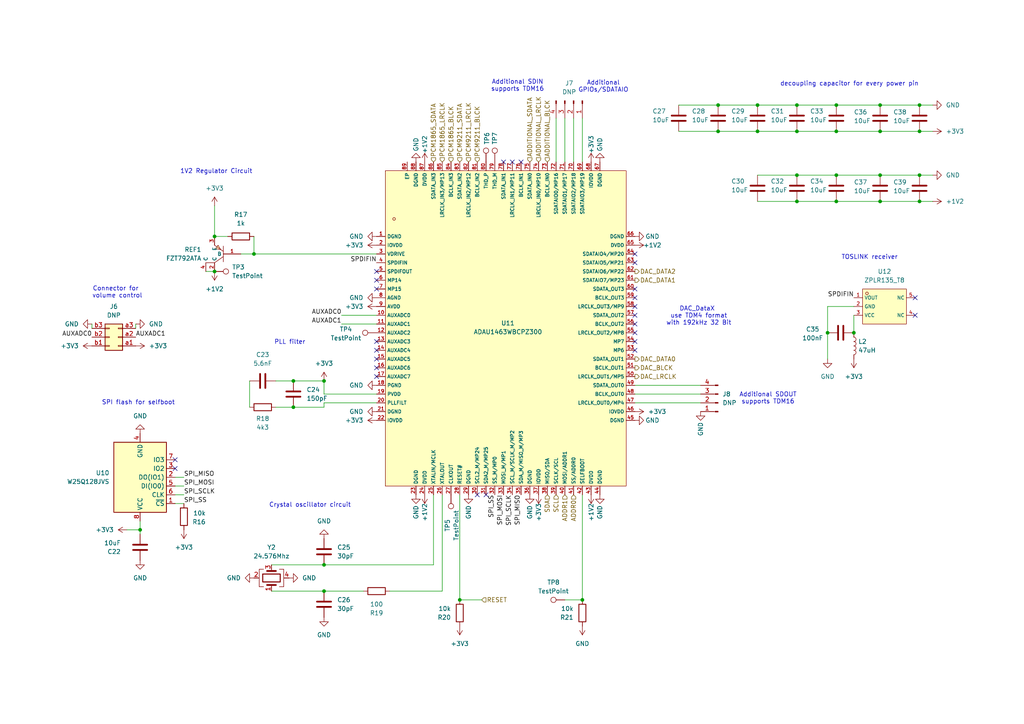
<source format=kicad_sch>
(kicad_sch (version 20231120) (generator "eeschema") (generator_version "8.0")
  (paper "A4")
  (lib_symbols
    (symbol "Connector:TestPoint" (pin_numbers hide) (pin_names (offset 0.762) hide)
      (property "Reference" "TP" (at 0 6.858 0))
      (property "Value" "TestPoint" (at 0 5.08 0))
      (symbol "TestPoint_0_1"
        (circle (center 0 3.302) (radius 0.762))
      )
      (symbol "TestPoint_1_1"
        (pin passive line (at 0 0 90) (length 2.54) (name "1") (number "1"))
      )
    )
    (symbol "Connector_Generic:Conn_02x03_Row_Letter_First" (pin_names (offset 1.016) hide)
      (property "Reference" "J" (at 1.27 5.08 0))
      (property "Value" "Conn_02x03_Row_Letter_First" (at 1.27 -5.08 0))
      (symbol "Conn_02x03_Row_Letter_First_1_1"
        (rectangle (start -1.27 -2.413) (end 0 -2.667) (stroke (width 0.1524)))
        (rectangle (start -1.27 0.127) (end 0 -0.127) (stroke (width 0.1524)))
        (rectangle (start -1.27 2.667) (end 0 2.413) (stroke (width 0.1524)))
        (rectangle (start -1.27 3.81) (end 3.81 -3.81) (stroke (width 0.254)) (fill (type background)))
        (rectangle (start 3.81 -2.413) (end 2.54 -2.667) (stroke (width 0.1524)))
        (rectangle (start 3.81 0.127) (end 2.54 -0.127) (stroke (width 0.1524)))
        (rectangle (start 3.81 2.667) (end 2.54 2.413) (stroke (width 0.1524)))
        (pin passive line (at -5.08 2.54 0) (length 3.81) (name "Pin_a1") (number "a1"))
        (pin passive line (at -5.08 0 0) (length 3.81) (name "Pin_a2") (number "a2"))
        (pin passive line (at -5.08 -2.54 0) (length 3.81) (name "Pin_a3") (number "a3"))
        (pin passive line (at 7.62 2.54 180) (length 3.81) (name "Pin_b1") (number "b1"))
        (pin passive line (at 7.62 0 180) (length 3.81) (name "Pin_b2") (number "b2"))
        (pin passive line (at 7.62 -2.54 180) (length 3.81) (name "Pin_b3") (number "b3"))
      )
    )
    (symbol "Endstufe:+3V3" (power) (pin_names (offset 0))
      (property "Value" "+3V3" (at 0 3.556 0))
      (symbol "+3V3_0_1"
        (polyline (pts (xy -0.762 1.27) (xy 0 2.54)))
        (polyline (pts (xy 0 0) (xy 0 2.54)))
        (polyline (pts (xy 0 2.54) (xy 0.762 1.27)))
      )
      (symbol "+3V3_1_1"
        (pin power_in line (at 0 0 90) (length 0) hide (name "+3V3") (number "1"))
      )
    )
    (symbol "Endstufe:ADAU1463WBCPZ300"
      (property "Reference" "U" (at 0 1.27 0))
      (property "Value" "ADAU1463WBCPZ300" (at 0 -2.54 0))
      (symbol "ADAU1463WBCPZ300_0_1"
        (rectangle (start -35.5601 45.7201) (end 34.2901 -45.7201) (fill (type background)))
        (circle (center -33.0201 31.7501) (radius 0.381) (fill (type background)))
        (pin unspecified line (at -38.1 26.67 0) (length 2.54) (name "DGND") (number "1"))
        (pin unspecified line (at -38.1 3.81 0) (length 2.54) (name "AUXADC0") (number "10"))
        (pin unspecified line (at -38.1 1.27 0) (length 2.54) (name "AUXADC1") (number "11"))
        (pin unspecified line (at -38.1 -1.27 0) (length 2.54) (name "AUXADC2") (number "12"))
        (pin unspecified line (at -38.1 -3.81 0) (length 2.54) (name "AUXADC3") (number "13"))
        (pin unspecified line (at -38.1 -6.35 0) (length 2.54) (name "AUXADC4") (number "14"))
        (pin unspecified line (at -38.1 -8.89 0) (length 2.54) (name "AUXADC5") (number "15"))
        (pin unspecified line (at -38.1 -11.43 0) (length 2.54) (name "AUXADC6") (number "16"))
        (pin unspecified line (at -38.1 -13.97 0) (length 2.54) (name "AUXADC7") (number "17"))
        (pin unspecified line (at -38.1 -16.51 0) (length 2.54) (name "PGND") (number "18"))
        (pin unspecified line (at -38.1 -19.05 0) (length 2.54) (name "PVDD") (number "19"))
        (pin unspecified line (at -38.1 24.13 0) (length 2.54) (name "IOVDD") (number "2"))
        (pin unspecified line (at -38.1 -21.59 0) (length 2.54) (name "PLLFILT") (number "20"))
        (pin unspecified line (at -38.1 -24.13 0) (length 2.54) (name "DGND") (number "21"))
        (pin unspecified line (at -38.1 -26.67 0) (length 2.54) (name "IOVDD") (number "22"))
        (pin unspecified line (at -26.67 -48.26 90) (length 2.54) (name "DGND") (number "23"))
        (pin unspecified line (at -24.13 -48.26 90) (length 2.54) (name "DVDD") (number "24"))
        (pin unspecified line (at -21.59 -48.26 90) (length 2.54) (name "XTALIN/MCLK") (number "25"))
        (pin unspecified line (at -19.05 -48.26 90) (length 2.54) (name "XTALOUT") (number "26"))
        (pin unspecified line (at -16.51 -48.26 90) (length 2.54) (name "CLKOUT") (number "27"))
        (pin unspecified line (at -13.97 -48.26 90) (length 2.54) (name "RESET#") (number "28"))
        (pin unspecified line (at -11.43 -48.26 90) (length 2.54) (name "DGND") (number "29"))
        (pin unspecified line (at -38.1 21.59 0) (length 2.54) (name "VDRIVE") (number "3"))
        (pin unspecified line (at -8.89 -48.26 90) (length 2.54) (name "SCL2_M/MP24") (number "30"))
        (pin unspecified line (at -6.35 -48.26 90) (length 2.54) (name "SDA2_M/MP25") (number "31"))
        (pin unspecified line (at -3.81 -48.26 90) (length 2.54) (name "SS_M/MP0") (number "32"))
        (pin unspecified line (at -1.27 -48.26 90) (length 2.54) (name "MOSI_M/MP1") (number "33"))
        (pin unspecified line (at 1.27 -48.26 90) (length 2.54) (name "SCL_M/SCLK_M/MP2") (number "34"))
        (pin unspecified line (at 3.81 -48.26 90) (length 2.54) (name "SDA_M/MISO_M/MP3") (number "35"))
        (pin unspecified line (at 6.35 -48.26 90) (length 2.54) (name "DGND") (number "36"))
        (pin unspecified line (at 8.89 -48.26 90) (length 2.54) (name "IOVDD") (number "37"))
        (pin unspecified line (at 11.43 -48.26 90) (length 2.54) (name "MISO/SDA") (number "38"))
        (pin unspecified line (at 13.97 -48.26 90) (length 2.54) (name "SCLK/SCL") (number "39"))
        (pin unspecified line (at -38.1 19.05 0) (length 2.54) (name "SPDIFIN") (number "4"))
        (pin unspecified line (at 16.51 -48.26 90) (length 2.54) (name "MOSI/ADDR1") (number "40"))
        (pin unspecified line (at 19.05 -48.26 90) (length 2.54) (name "SS/ADDR0") (number "41"))
        (pin unspecified line (at 21.59 -48.26 90) (length 2.54) (name "SELFBOOT") (number "42"))
        (pin unspecified line (at 24.13 -48.26 90) (length 2.54) (name "DVDD") (number "43"))
        (pin unspecified line (at 26.67 -48.26 90) (length 2.54) (name "DGND") (number "44"))
        (pin unspecified line (at 36.83 -26.67 180) (length 2.54) (name "DGND") (number "45"))
        (pin unspecified line (at 36.83 -24.13 180) (length 2.54) (name "IOVDD") (number "46"))
        (pin unspecified line (at 36.83 -21.59 180) (length 2.54) (name "LRCLK_OUT0/MP4") (number "47"))
        (pin unspecified line (at 36.83 -19.05 180) (length 2.54) (name "BCLK_OUT0") (number "48"))
        (pin unspecified line (at 36.83 -16.51 180) (length 2.54) (name "SDATA_OUT0") (number "49"))
        (pin unspecified line (at -38.1 16.51 0) (length 2.54) (name "SPDIFOUT") (number "5"))
        (pin unspecified line (at 36.83 -13.97 180) (length 2.54) (name "LRCLK_OUT1/MP5") (number "50"))
        (pin unspecified line (at 36.83 -11.43 180) (length 2.54) (name "BCLK_OUT1") (number "51"))
        (pin unspecified line (at 36.83 -8.89 180) (length 2.54) (name "SDATA_OUT1") (number "52"))
        (pin unspecified line (at 36.83 -6.35 180) (length 2.54) (name "MP6") (number "53"))
        (pin unspecified line (at 36.83 -3.81 180) (length 2.54) (name "MP7") (number "54"))
        (pin unspecified line (at 36.83 -1.27 180) (length 2.54) (name "LRCLK_OUT2/MP8") (number "55"))
        (pin unspecified line (at 36.83 1.27 180) (length 2.54) (name "BCLK_OUT2") (number "56"))
        (pin unspecified line (at 36.83 3.81 180) (length 2.54) (name "SDATA_OUT2") (number "57"))
        (pin unspecified line (at 36.83 6.35 180) (length 2.54) (name "LRCLK_OUT3/MP9") (number "58"))
        (pin unspecified line (at 36.83 8.89 180) (length 2.54) (name "BCLK_OUT3") (number "59"))
        (pin unspecified line (at -38.1 13.97 0) (length 2.54) (name "MP14") (number "6"))
        (pin unspecified line (at 36.83 11.43 180) (length 2.54) (name "SDATA_OUT3") (number "60"))
        (pin unspecified line (at 36.83 13.97 180) (length 2.54) (name "SDATAIO7/MP23") (number "61"))
        (pin unspecified line (at 36.83 16.51 180) (length 2.54) (name "SDATAIO6/MP22") (number "62"))
        (pin unspecified line (at 36.83 19.05 180) (length 2.54) (name "SDATAIO5/MP21") (number "63"))
        (pin unspecified line (at 36.83 21.59 180) (length 2.54) (name "SDATAIO4/MP20") (number "64"))
        (pin unspecified line (at 36.83 24.13 180) (length 2.54) (name "DVDD") (number "65"))
        (pin unspecified line (at 36.83 26.67 180) (length 2.54) (name "DGND") (number "66"))
        (pin unspecified line (at 26.67 48.26 270) (length 2.54) (name "DGND") (number "67"))
        (pin unspecified line (at 24.13 48.26 270) (length 2.54) (name "IOVDD") (number "68"))
        (pin unspecified line (at 21.59 48.26 270) (length 2.54) (name "SDATAIO3/MP19") (number "69"))
        (pin unspecified line (at -38.1 11.43 0) (length 2.54) (name "MP15") (number "7"))
        (pin unspecified line (at 19.05 48.26 270) (length 2.54) (name "SDATAIO2/MP18") (number "70"))
        (pin unspecified line (at 16.51 48.26 270) (length 2.54) (name "SDATAIO1/MP17") (number "71"))
        (pin unspecified line (at 13.97 48.26 270) (length 2.54) (name "SDATAIO0/MP16") (number "72"))
        (pin unspecified line (at 11.43 48.26 270) (length 2.54) (name "BCLK_IN0") (number "73"))
        (pin unspecified line (at 8.89 48.26 270) (length 2.54) (name "LRCLK_IN0/MP10") (number "74"))
        (pin unspecified line (at 6.35 48.26 270) (length 2.54) (name "SDATA_IN0") (number "75"))
        (pin unspecified line (at 3.81 48.26 270) (length 2.54) (name "BCLK_IN1") (number "76"))
        (pin unspecified line (at 1.27 48.26 270) (length 2.54) (name "LRCLK_IN1/MP11") (number "77"))
        (pin unspecified line (at -1.27 48.26 270) (length 2.54) (name "SDATA_IN1") (number "78"))
        (pin unspecified line (at -3.81 48.26 270) (length 2.54) (name "THD_M") (number "79"))
        (pin unspecified line (at -38.1 8.89 0) (length 2.54) (name "AGND") (number "8"))
        (pin unspecified line (at -6.35 48.26 270) (length 2.54) (name "THD_P") (number "80"))
        (pin unspecified line (at -8.89 48.26 270) (length 2.54) (name "BCLK_IN2") (number "81"))
        (pin unspecified line (at -11.43 48.26 270) (length 2.54) (name "LRCLK_IN2/MP12") (number "82"))
        (pin unspecified line (at -13.97 48.26 270) (length 2.54) (name "SDATA_IN2") (number "83"))
        (pin unspecified line (at -16.51 48.26 270) (length 2.54) (name "BCLK_IN3") (number "84"))
        (pin unspecified line (at -19.05 48.26 270) (length 2.54) (name "LRCLK_IN3/MP13") (number "85"))
        (pin unspecified line (at -21.59 48.26 270) (length 2.54) (name "SDATA_IN3") (number "86"))
        (pin unspecified line (at -24.13 48.26 270) (length 2.54) (name "DVDD") (number "87"))
        (pin unspecified line (at -26.67 48.26 270) (length 2.54) (name "DGND") (number "88"))
        (pin unspecified line (at -29.21 48.26 270) (length 2.54) (name "EP") (number "89"))
        (pin unspecified line (at -38.1 6.35 0) (length 2.54) (name "AVDD") (number "9"))
      )
    )
    (symbol "Endstufe:C" (pin_numbers hide) (pin_names (offset 0.254))
      (property "Reference" "C" (at 0.635 2.54 0))
      (property "Value" "C" (at 0.635 -2.54 0))
      (symbol "C_0_1"
        (polyline (pts (xy -2.032 -0.762) (xy 2.032 -0.762)) (stroke (width 0.508)))
        (polyline (pts (xy -2.032 0.762) (xy 2.032 0.762)) (stroke (width 0.508)))
      )
      (symbol "C_1_1"
        (pin passive line (at 0 3.81 270) (length 2.794) (name "~") (number "1"))
        (pin passive line (at 0 -3.81 90) (length 2.794) (name "~") (number "2"))
      )
    )
    (symbol "Endstufe:Conn_01x04_Pin" (pin_names (offset 1.016) hide)
      (property "Reference" "J" (at 0 5.08 0))
      (property "Value" "Conn_01x04_Pin" (at 0 -7.62 0))
      (symbol "Conn_01x04_Pin_1_1"
        (polyline (pts (xy 1.27 -5.08) (xy 0.8636 -5.08)) (stroke (width 0.1524)))
        (polyline (pts (xy 1.27 -2.54) (xy 0.8636 -2.54)) (stroke (width 0.1524)))
        (polyline (pts (xy 1.27 0) (xy 0.8636 0)) (stroke (width 0.1524)))
        (polyline (pts (xy 1.27 2.54) (xy 0.8636 2.54)) (stroke (width 0.1524)))
        (rectangle (start 0.8636 -4.953) (end 0 -5.207) (stroke (width 0.1524)) (fill (type outline)))
        (rectangle (start 0.8636 -2.413) (end 0 -2.667) (stroke (width 0.1524)) (fill (type outline)))
        (rectangle (start 0.8636 0.127) (end 0 -0.127) (stroke (width 0.1524)) (fill (type outline)))
        (rectangle (start 0.8636 2.667) (end 0 2.413) (stroke (width 0.1524)) (fill (type outline)))
        (pin passive line (at 5.08 2.54 180) (length 3.81) (name "Pin_1") (number "1"))
        (pin passive line (at 5.08 0 180) (length 3.81) (name "Pin_2") (number "2"))
        (pin passive line (at 5.08 -2.54 180) (length 3.81) (name "Pin_3") (number "3"))
        (pin passive line (at 5.08 -5.08 180) (length 3.81) (name "Pin_4") (number "4"))
      )
    )
    (symbol "Endstufe:Crystal_GND24" (pin_names (offset 1.016) hide)
      (property "Reference" "Y" (at 3.175 5.08 0))
      (property "Value" "Crystal_GND24" (at 3.175 3.175 0))
      (symbol "Crystal_GND24_0_1"
        (rectangle (start -1.143 2.54) (end 1.143 -2.54) (stroke (width 0.3048)))
        (polyline (pts (xy -2.54 0) (xy -2.032 0)))
        (polyline (pts (xy -2.032 -1.27) (xy -2.032 1.27)) (stroke (width 0.508)))
        (polyline (pts (xy 0 -3.81) (xy 0 -3.556)))
        (polyline (pts (xy 0 3.556) (xy 0 3.81)))
        (polyline (pts (xy 2.032 -1.27) (xy 2.032 1.27)) (stroke (width 0.508)))
        (polyline (pts (xy 2.032 0) (xy 2.54 0)))
        (polyline (pts (xy -2.54 -2.286) (xy -2.54 -3.556) (xy 2.54 -3.556) (xy 2.54 -2.286)))
        (polyline (pts (xy -2.54 2.286) (xy -2.54 3.556) (xy 2.54 3.556) (xy 2.54 2.286)))
      )
      (symbol "Crystal_GND24_1_1"
        (pin passive line (at -3.81 0 0) (length 1.27) (name "1") (number "1"))
        (pin passive line (at 0 5.08 270) (length 1.27) (name "2") (number "2"))
        (pin passive line (at 3.81 0 180) (length 1.27) (name "3") (number "3"))
        (pin passive line (at 0 -5.08 90) (length 1.27) (name "4") (number "4"))
      )
    )
    (symbol "Endstufe:FZT792ATA"
      (property "Reference" "REF" (at -3.556 8.382 0))
      (property "Value" "FZT792ATA" (at -3.556 6.35 0))
      (symbol "FZT792ATA_0_1"
        (polyline (pts (xy 1.27 -0.762) (xy 3.81 -2.54)))
        (polyline (pts (xy 1.27 2.286) (xy 1.27 -2.286)))
        (polyline (pts (xy 3.81 2.54) (xy 1.27 0.762)))
        (polyline (pts (xy 3.81 2.54) (xy 6.35 2.54)))
        (polyline (pts (xy 2.032 -1.27) (xy 2.794 -2.54) (xy 3.556 -1.524) (xy 2.032 -1.27)) (fill (type background)))
        (pin unspecified line (at -3.81 0 0) (length 5.08) (name "B") (number "1"))
        (pin unspecified line (at 3.81 5.08 270) (length 2.54) (name "C") (number "2"))
        (pin unspecified line (at 3.81 -5.08 90) (length 2.54) (name "E") (number "3"))
        (pin unspecified line (at 6.35 5.08 270) (length 2.54) (name "C") (number "4"))
      )
    )
    (symbol "Endstufe:GND" (power) (pin_names (offset 0))
      (property "Value" "GND" (at 0 -3.81 0))
      (symbol "GND_0_1"
        (polyline (pts (xy 0 0) (xy 0 -1.27) (xy 1.27 -1.27) (xy 0 -2.54) (xy -1.27 -1.27) (xy 0 -1.27)))
      )
      (symbol "GND_1_1"
        (pin power_in line (at 0 0 270) (length 0) hide (name "GND") (number "1"))
      )
    )
    (symbol "Endstufe:L" (pin_numbers hide) (pin_names (offset 1.016) hide)
      (property "Reference" "L" (at -1.27 0 90))
      (property "Value" "L" (at 1.905 0 90))
      (symbol "L_0_1"
        (arc (start 0 -2.54) (mid 0.6323 -1.905) (end 0 -1.27))
        (arc (start 0 -1.27) (mid 0.6323 -0.635) (end 0 0))
        (arc (start 0 0) (mid 0.6323 0.635) (end 0 1.27))
        (arc (start 0 1.27) (mid 0.6323 1.905) (end 0 2.54))
      )
      (symbol "L_1_1"
        (pin passive line (at 0 3.81 270) (length 1.27) (name "1") (number "1"))
        (pin passive line (at 0 -3.81 90) (length 1.27) (name "2") (number "2"))
      )
    )
    (symbol "Endstufe:R" (pin_numbers hide) (pin_names (offset 0))
      (property "Reference" "R" (at 2.032 0 90))
      (property "Value" "R" (at 0 0 90))
      (symbol "R_0_1"
        (rectangle (start -1.016 -2.54) (end 1.016 2.54) (stroke (width 0.254)))
      )
      (symbol "R_1_1"
        (pin passive line (at 0 3.81 270) (length 1.27) (name "~") (number "1"))
        (pin passive line (at 0 -3.81 90) (length 1.27) (name "~") (number "2"))
      )
    )
    (symbol "Endstufe:W25Q128JVS"
      (property "Reference" "U" (at -8.89 8.89 0))
      (property "Value" "W25Q128JVS" (at 7.62 8.89 0))
      (symbol "W25Q128JVS_0_1"
        (rectangle (start -7.62 10.16) (end 7.62 -10.16) (stroke (width 0.254)) (fill (type background)))
      )
      (symbol "W25Q128JVS_1_1"
        (pin input line (at -10.16 7.62 0) (length 2.54) (name "~{CS}") (number "1"))
        (pin bidirectional line (at -10.16 0 0) (length 2.54) (name "DO(IO1)") (number "2"))
        (pin bidirectional line (at -10.16 -2.54 0) (length 2.54) (name "IO2") (number "3"))
        (pin power_in line (at 0 -12.7 90) (length 2.54) (name "GND") (number "4"))
        (pin bidirectional line (at -10.16 2.54 0) (length 2.54) (name "DI(IO0)") (number "5"))
        (pin input line (at -10.16 5.08 0) (length 2.54) (name "CLK") (number "6"))
        (pin bidirectional line (at -10.16 -5.08 0) (length 2.54) (name "IO3") (number "7"))
        (pin power_in line (at 0 12.7 270) (length 2.54) (name "VCC") (number "8"))
      )
    )
    (symbol "Endstufe:ZPLR135_T8"
      (property "Reference" "U" (at 0 1.27 0))
      (property "Value" "ZPLR135_T8" (at 0 -2.54 0))
      (symbol "ZPLR135_T8_0_1"
        (rectangle (start -6.35 5.08) (end 6.35 -5.08) (fill (type background)))
        (circle (center -5.08 3.81) (radius 0.381) (fill (type background)))
        (pin unspecified line (at -8.89 2.54 0) (length 2.54) (name "VOUT") (number "1"))
        (pin unspecified line (at -8.89 0 0) (length 2.54) (name "GND") (number "2"))
        (pin unspecified line (at -8.89 -2.54 0) (length 2.54) (name "VCC") (number "3"))
        (pin unspecified line (at 8.89 -2.54 180) (length 2.54) (name "NC") (number "4"))
        (pin unspecified line (at 8.89 2.54 180) (length 2.54) (name "NC") (number "5"))
      )
    )
    (symbol "power:+1V2" (power) (pin_numbers hide) (pin_names (offset 0) hide)
      (property "Value" "+1V2" (at 0 3.556 0))
      (symbol "+1V2_0_1"
        (polyline (pts (xy -0.762 1.27) (xy 0 2.54)))
        (polyline (pts (xy 0 0) (xy 0 2.54)))
        (polyline (pts (xy 0 2.54) (xy 0.762 1.27)))
      )
      (symbol "+1V2_1_1"
        (pin power_in line (at 0 0 90) (length 0) (name "~") (number "1"))
      )
    )
  )
  (junction (at 231.14 38.1))
  (junction (at 40.64 153.67))
  (junction (at 133.35 173.99))
  (junction (at 168.91 173.99))
  (junction (at 266.7 30.48))
  (junction (at 242.57 30.48))
  (junction (at 93.98 171.45))
  (junction (at 242.57 58.42))
  (junction (at 255.27 58.42))
  (junction (at 85.09 118.11))
  (junction (at 266.7 38.1))
  (junction (at 231.14 30.48))
  (junction (at 93.98 163.83))
  (junction (at 255.27 30.48))
  (junction (at 85.09 110.49))
  (junction (at 93.98 110.49))
  (junction (at 242.57 50.8))
  (junction (at 208.28 38.1))
  (junction (at 266.7 50.8))
  (junction (at 231.14 58.42))
  (junction (at 231.14 50.8))
  (junction (at 242.57 38.1))
  (junction (at 62.23 68.58))
  (junction (at 255.27 50.8))
  (junction (at 266.7 58.42))
  (junction (at 247.65 96.52))
  (junction (at 208.28 30.48))
  (junction (at 219.71 38.1))
  (junction (at 73.66 73.66))
  (junction (at 62.23 78.74))
  (junction (at 219.71 30.48))
  (junction (at 240.03 96.52))
  (junction (at 255.27 38.1))
  (no_connect (at 184.15 76.2))
  (no_connect (at 184.15 86.36))
  (no_connect (at 184.15 73.66))
  (no_connect (at 148.59 46.99))
  (no_connect (at 184.15 88.9))
  (no_connect (at 109.22 109.22))
  (no_connect (at 184.15 83.82))
  (no_connect (at 184.15 91.44))
  (no_connect (at 151.13 46.99))
  (no_connect (at 50.8 133.35))
  (no_connect (at 184.15 96.52))
  (no_connect (at 265.43 91.44))
  (no_connect (at 50.8 135.89))
  (no_connect (at 184.15 99.06))
  (no_connect (at 109.22 99.06))
  (no_connect (at 265.43 86.36))
  (no_connect (at 184.15 101.6))
  (no_connect (at 140.97 143.51))
  (no_connect (at 109.22 78.74))
  (no_connect (at 109.22 81.28))
  (no_connect (at 109.22 104.14))
  (no_connect (at 146.05 46.99))
  (no_connect (at 109.22 83.82))
  (no_connect (at 138.43 143.51))
  (no_connect (at 184.15 93.98))
  (no_connect (at 109.22 101.6))
  (no_connect (at 109.22 106.68))
  (wire (pts (xy 53.34 138.43) (xy 50.8 138.43)))
  (wire (pts (xy 99.06 93.98) (xy 109.22 93.98)))
  (wire (pts (xy 270.51 38.1) (xy 266.7 38.1)))
  (wire (pts (xy 242.57 58.42) (xy 255.27 58.42)))
  (wire (pts (xy 40.64 153.67) (xy 40.64 151.13)))
  (wire (pts (xy 255.27 58.42) (xy 266.7 58.42)))
  (wire (pts (xy 128.27 171.45) (xy 128.27 143.51)))
  (wire (pts (xy 255.27 50.8) (xy 266.7 50.8)))
  (wire (pts (xy 36.83 153.67) (xy 40.64 153.67)))
  (wire (pts (xy 231.14 58.42) (xy 242.57 58.42)))
  (wire (pts (xy 73.66 68.58) (xy 73.66 73.66)))
  (wire (pts (xy 231.14 50.8) (xy 242.57 50.8)))
  (wire (pts (xy 53.34 146.05) (xy 50.8 146.05)))
  (wire (pts (xy 26.67 93.98) (xy 26.67 95.25)))
  (wire (pts (xy 247.65 91.44) (xy 247.65 96.52)))
  (wire (pts (xy 80.01 118.11) (xy 85.09 118.11)))
  (wire (pts (xy 184.15 114.3) (xy 203.2 114.3)))
  (wire (pts (xy 240.03 96.52) (xy 240.03 104.14)))
  (wire (pts (xy 62.23 59.69) (xy 62.23 68.58)))
  (wire (pts (xy 163.83 34.29) (xy 163.83 46.99)))
  (wire (pts (xy 40.64 154.94) (xy 40.64 153.67)))
  (wire (pts (xy 231.14 30.48) (xy 242.57 30.48)))
  (wire (pts (xy 247.65 88.9) (xy 240.03 88.9)))
  (wire (pts (xy 72.39 110.49) (xy 72.39 118.11)))
  (wire (pts (xy 219.71 30.48) (xy 231.14 30.48)))
  (wire (pts (xy 113.03 171.45) (xy 128.27 171.45)))
  (wire (pts (xy 255.27 30.48) (xy 266.7 30.48)))
  (wire (pts (xy 270.51 58.42) (xy 266.7 58.42)))
  (wire (pts (xy 242.57 50.8) (xy 255.27 50.8)))
  (wire (pts (xy 105.41 171.45) (xy 93.98 171.45)))
  (wire (pts (xy 85.09 118.11) (xy 93.98 118.11)))
  (wire (pts (xy 184.15 116.84) (xy 203.2 116.84)))
  (wire (pts (xy 53.34 140.97) (xy 50.8 140.97)))
  (wire (pts (xy 53.34 143.51) (xy 50.8 143.51)))
  (wire (pts (xy 231.14 38.1) (xy 242.57 38.1)))
  (wire (pts (xy 39.37 93.98) (xy 39.37 95.25)))
  (wire (pts (xy 99.06 91.44) (xy 109.22 91.44)))
  (wire (pts (xy 270.51 30.48) (xy 266.7 30.48)))
  (wire (pts (xy 93.98 171.45) (xy 78.74 171.45)))
  (wire (pts (xy 59.69 78.74) (xy 62.23 78.74)))
  (wire (pts (xy 208.28 38.1) (xy 219.71 38.1)))
  (wire (pts (xy 93.98 163.83) (xy 125.73 163.83)))
  (wire (pts (xy 168.91 34.29) (xy 168.91 46.99)))
  (wire (pts (xy 93.98 114.3) (xy 93.98 110.49)))
  (wire (pts (xy 69.85 73.66) (xy 73.66 73.66)))
  (wire (pts (xy 219.71 50.8) (xy 231.14 50.8)))
  (wire (pts (xy 125.73 143.51) (xy 125.73 163.83)))
  (wire (pts (xy 255.27 38.1) (xy 266.7 38.1)))
  (wire (pts (xy 242.57 30.48) (xy 255.27 30.48)))
  (wire (pts (xy 133.35 143.51) (xy 133.35 173.99)))
  (wire (pts (xy 242.57 38.1) (xy 255.27 38.1)))
  (wire (pts (xy 196.85 38.1) (xy 208.28 38.1)))
  (wire (pts (xy 240.03 88.9) (xy 240.03 96.52)))
  (wire (pts (xy 66.04 68.58) (xy 62.23 68.58)))
  (wire (pts (xy 73.66 73.66) (xy 109.22 73.66)))
  (wire (pts (xy 85.09 110.49) (xy 93.98 110.49)))
  (wire (pts (xy 93.98 114.3) (xy 109.22 114.3)))
  (wire (pts (xy 184.15 111.76) (xy 203.2 111.76)))
  (wire (pts (xy 196.85 30.48) (xy 208.28 30.48)))
  (wire (pts (xy 166.37 34.29) (xy 166.37 46.99)))
  (wire (pts (xy 270.51 50.8) (xy 266.7 50.8)))
  (wire (pts (xy 219.71 38.1) (xy 231.14 38.1)))
  (wire (pts (xy 219.71 58.42) (xy 231.14 58.42)))
  (wire (pts (xy 93.98 163.83) (xy 78.74 163.83)))
  (wire (pts (xy 80.01 110.49) (xy 85.09 110.49)))
  (wire (pts (xy 109.22 116.84) (xy 93.98 116.84)))
  (wire (pts (xy 168.91 143.51) (xy 168.91 173.99)))
  (wire (pts (xy 208.28 30.48) (xy 219.71 30.48)))
  (wire (pts (xy 133.35 173.99) (xy 139.7 173.99)))
  (wire (pts (xy 163.83 173.99) (xy 168.91 173.99)))
  (wire (pts (xy 161.29 34.29) (xy 161.29 46.99)))
  (wire (pts (xy 93.98 116.84) (xy 93.98 118.11)))
  (text "Crystal oscillator circuit" (at 89.916 146.558 0) (effects (font (size 1.27 1.27))))
  (text "DAC_DataX \nuse TDM4 format\nwith 192kHz 32 Bit" (at 202.692 91.694 0) (effects (font (size 1.27 1.27))))
  (text "decoupling capacitor for every power pin" (at 246.38 24.384 0) (effects (font (size 1.27 1.27))))
  (text "Connector for \nvolume control" (at 34.036 84.836 0) (effects (font (size 1.27 1.27))))
  (text "SPI flash for selfboot" (at 40.132 116.84 0) (effects (font (size 1.27 1.27))))
  (text "Additional SDOUT\nsupports TDM16" (at 222.758 115.57 0) (effects (font (size 1.27 1.27))))
  (text "Additional\nGPIOs/SDATAIO" (at 175.006 25.146 0) (effects (font (size 1.27 1.27))))
  (text "1V2 Regulator Circuit" (at 62.738 49.784 0) (effects (font (size 1.27 1.27))))
  (text "PLL filter" (at 84.074 99.314 0) (effects (font (size 1.27 1.27))))
  (text "Additional SDIN\nsupports TDM16" (at 150.114 24.892 0) (effects (font (size 1.27 1.27))))
  (text "TOSLINK receiver" (at 252.222 74.676 0) (effects (font (size 1.27 1.27))))
  (label "SPDIFIN" (at 109.22 76.2 180))
  (label "SPI_SCLK" (at 148.59 143.51 270))
  (label "AUXADC1" (at 39.37 97.79 0))
  (label "AUXADC1" (at 99.06 93.98 180))
  (label "SPI_MISO" (at 53.34 138.43 0))
  (label "SPI_SS" (at 53.34 146.05 0))
  (label "AUXADC0" (at 99.06 91.44 180))
  (label "SPI_MOSI" (at 146.05 143.51 270))
  (label "SPI_SS" (at 143.51 143.51 270))
  (label "SPI_SCLK" (at 53.34 143.51 0))
  (label "SPI_MISO" (at 151.13 143.51 270))
  (label "AUXADC0" (at 26.67 97.79 180))
  (label "SPDIFIN" (at 247.65 86.36 180))
  (label "SPI_MOSI" (at 53.34 140.97 0))
  (hierarchical_label "PCM9211_SDATA" (shape input) (at 133.35 46.99 90))
  (hierarchical_label "ADDITIONAL_BLCK" (shape input) (at 158.75 46.99 90))
  (hierarchical_label "DAC_DATA0" (shape output) (at 184.15 104.14 0))
  (hierarchical_label "PCM9211_BLCK" (shape input) (at 138.43 46.99 90))
  (hierarchical_label "DAC_DATA1" (shape output) (at 184.15 81.28 0))
  (hierarchical_label "PCM1865_SDATA" (shape input) (at 125.73 46.99 90))
  (hierarchical_label "SCL" (shape input) (at 161.29 143.51 270))
  (hierarchical_label "PCM1865_BLCK" (shape input) (at 130.81 46.99 90))
  (hierarchical_label "ADDR0" (shape input) (at 166.37 143.51 270))
  (hierarchical_label "DAC_BLCK" (shape output) (at 184.15 106.68 0))
  (hierarchical_label "PCM1865_LRCLK" (shape input) (at 128.27 46.99 90))
  (hierarchical_label "DAC_DATA2" (shape output) (at 184.15 78.74 0))
  (hierarchical_label "ADDR1" (shape input) (at 163.83 143.51 270))
  (hierarchical_label "RESET" (shape input) (at 139.7 173.99 0))
  (hierarchical_label "PCM9211_LRCLK" (shape input) (at 135.89 46.99 90))
  (hierarchical_label "ADDITIONAL_LRCLK" (shape input) (at 156.21 46.99 90))
  (hierarchical_label "DAC_LRCLK" (shape output) (at 184.15 109.22 0))
  (hierarchical_label "SDA" (shape input) (at 158.75 143.51 270))
  (hierarchical_label "ADDITIONAL_SDATA" (shape input) (at 153.67 46.99 90))
  (symbol (lib_id "Endstufe:GND") (at 153.67 143.51 0) (unit 1)
    (property "Reference" "#PWR064" (effects (hide yes)))
    (property "Value" "GND" (at 153.67 148.59 90))
    (property "Description" "Power symbol creates a global label with name \"GND\" , ground" (effects (hide yes)))
  )
  (symbol (lib_id "power:+1V2") (at 123.19 143.51 180) (unit 1)
    (property "Reference" "#PWR061" (effects (hide yes)))
    (property "Value" "+1V2" (at 123.19 148.59 90))
    (property "Description" "Power symbol creates a global label with name \"+1V2\"" (effects (hide yes)))
  )
  (symbol (lib_id "Endstufe:R") (at 53.34 149.86 180) (unit 1)
    (property "Reference" "R16" (at 59.69 151.384 0) (effects (justify left)))
    (property "Value" "10k" (at 59.69 148.844 0) (effects (justify left)))
    (property "Footprint" "Endstufe:C_0402_1005Metric" (effects (hide yes)))
    (property "LCSC Part #" "C25744" (effects (hide yes)))
  )
  (symbol (lib_id "Connector:TestPoint") (at 140.97 46.99 0) (unit 1)
    (property "Reference" "TP6" (at 141.224 40.132 90))
    (property "Value" "TestPoint" (effects (hide yes)))
    (property "Description" "test point" (effects (hide yes)))
  )
  (symbol (lib_id "Endstufe:+3V3") (at 36.83 153.67 90) (unit 1)
    (property "Reference" "#PWR038" (effects (hide yes)))
    (property "Value" "+3V3" (at 33.02 153.6699 90) (effects (justify left)))
  )
  (symbol (lib_id "Endstufe:+3V3") (at 53.34 153.67 180) (unit 1)
    (property "Reference" "#PWR043" (effects (hide yes)))
    (property "Value" "+3V3" (at 53.34 158.75 0))
  )
  (symbol (lib_id "Endstufe:C") (at 93.98 160.02 0) (unit 1)
    (property "Reference" "C25" (at 97.79 158.75 0) (effects (justify left)))
    (property "Value" "30pF" (at 97.79 161.29 0) (effects (justify left)))
    (property "Footprint" "Endstufe:C_0402_1005Metric" (effects (hide yes)))
    (property "LCSC Part #" "C458861" (effects (hide yes)))
  )
  (symbol (lib_id "Endstufe:Conn_01x04_Pin") (at 166.37 29.21 270) (unit 1)
    (property "Reference" "J7" (at 165.1 24.13 90))
    (property "Value" "DNP" (at 165.1 26.67 90))
    (property "Description" "Generic connector, single row, 01x04, script generated" (effects (hide yes)))
  )
  (symbol (lib_id "Endstufe:+3V3") (at 270.51 38.1 270) (unit 1)
    (property "Reference" "#PWR079" (effects (hide yes)))
    (property "Value" "+3V3" (at 274.32 38.0999 90) (effects (justify left)))
    (property "Description" "Power symbol creates a global label with name \"+3V3\"" (effects (hide yes)))
  )
  (symbol (lib_id "Endstufe:+3V3") (at 184.15 119.38 270) (unit 1)
    (property "Reference" "#PWR073" (effects (hide yes)))
    (property "Value" "+3V3" (at 187.96 119.3799 90) (effects (justify left)))
    (property "Description" "Power symbol creates a global label with name \"+3V3\"" (effects (hide yes)))
  )
  (symbol (lib_id "Connector:TestPoint") (at 109.22 96.52 90) (unit 1)
    (property "Reference" "TP4" (at 100.33 95.504 90))
    (property "Value" "TestPoint" (at 100.33 98.044 90))
    (property "Description" "test point" (effects (hide yes)))
  )
  (symbol (lib_id "power:+1V2") (at 123.19 46.99 0) (unit 1)
    (property "Reference" "#PWR060" (effects (hide yes)))
    (property "Value" "+1V2" (at 123.19 41.91 90))
    (property "Description" "Power symbol creates a global label with name \"+1V2\"" (effects (hide yes)))
  )
  (symbol (lib_id "Endstufe:C") (at 219.71 34.29 0) (unit 1)
    (property "Reference" "C29" (at 212.09 32.258 0) (effects (justify left)))
    (property "Value" "10uF" (at 212.09 34.798 0) (effects (justify left)))
    (property "Footprint" "Endstufe:C_0402_1005Metric" (effects (hide yes)))
    (property "Description" "Unpolarized capacitor" (effects (hide yes)))
    (property "LCSC Part #" "C15525" (effects (hide yes)))
  )
  (symbol (lib_id "Endstufe:GND") (at 120.65 143.51 0) (unit 1)
    (property "Reference" "#PWR059" (effects (hide yes)))
    (property "Value" "GND" (at 120.65 148.59 90))
    (property "Description" "Power symbol creates a global label with name \"GND\" , ground" (effects (hide yes)))
  )
  (symbol (lib_id "Endstufe:GND") (at 109.22 119.38 270) (unit 1)
    (property "Reference" "#PWR056" (effects (hide yes)))
    (property "Value" "GND" (at 105.41 119.3799 90) (effects (justify right)))
    (property "Description" "Power symbol creates a global label with name \"GND\" , ground" (effects (hide yes)))
  )
  (symbol (lib_id "Connector:TestPoint") (at 143.51 46.99 0) (unit 1)
    (property "Reference" "TP7" (at 143.51 40.132 90))
    (property "Value" "TestPoint" (effects (hide yes)))
    (property "Description" "test point" (effects (hide yes)))
  )
  (symbol (lib_id "Endstufe:Crystal_GND24") (at 78.74 167.64 90) (unit 1)
    (property "Reference" "Y2" (at 78.74 158.75 90))
    (property "Value" "24.576Mhz" (at 78.74 161.29 90))
    (property "Footprint" "Endstufe:OSC-SMD_4P-L3.2-W2.5-BL" (effects (hide yes)))
    (property "LCSC Part #" "C2901683" (effects (hide yes)))
  )
  (symbol (lib_id "Endstufe:GND") (at 109.22 86.36 270) (unit 1)
    (property "Reference" "#PWR053" (effects (hide yes)))
    (property "Value" "GND" (at 105.41 86.3599 90) (effects (justify right)))
    (property "Description" "Power symbol creates a global label with name \"GND\" , ground" (effects (hide yes)))
  )
  (symbol (lib_id "Endstufe:C") (at 266.7 34.29 0) (unit 1)
    (property "Reference" "C38" (at 259.08 32.512 0) (effects (justify left)))
    (property "Value" "10uF" (at 259.08 35.052 0) (effects (justify left)))
    (property "Footprint" "Endstufe:C_0402_1005Metric" (effects (hide yes)))
    (property "Description" "Unpolarized capacitor" (effects (hide yes)))
    (property "LCSC Part #" "C15525" (effects (hide yes)))
  )
  (symbol (lib_id "Endstufe:GND") (at 93.98 156.21 180) (unit 1)
    (property "Reference" "#PWR049" (effects (hide yes)))
    (property "Value" "GND" (at 93.98 151.13 0))
  )
  (symbol (lib_id "Connector:TestPoint") (at 163.83 173.99 90) (unit 1)
    (property "Reference" "TP8" (at 160.528 168.91 90))
    (property "Value" "TestPoint" (at 160.528 171.45 90))
    (property "Description" "test point" (effects (hide yes)))
  )
  (symbol (lib_id "Endstufe:ZPLR135_T8") (at 256.54 88.9 0) (unit 1)
    (property "Reference" "U12" (at 256.54 78.74 0))
    (property "Value" "ZPLR135_T8" (at 256.54 81.28 0))
    (property "Footprint" "CONN-TH_ZPLR135-T8" (effects (hide yes)))
    (property "Datasheet" "https://item.szlcsc.com/265251.html" (effects (hide yes)))
    (property "LCSC" "C277778" (effects (hide yes)))
  )
  (symbol (lib_id "Endstufe:GND") (at 109.22 111.76 270) (unit 1)
    (property "Reference" "#PWR055" (effects (hide yes)))
    (property "Value" "GND" (at 105.41 111.7599 90) (effects (justify right)))
    (property "Description" "Power symbol creates a global label with name \"GND\" , ground" (effects (hide yes)))
  )
  (symbol (lib_id "Endstufe:GND") (at 120.65 46.99 180) (unit 1)
    (property "Reference" "#PWR058" (effects (hide yes)))
    (property "Value" "GND" (at 120.65 41.91 90))
    (property "Description" "Power symbol creates a global label with name \"GND\" , ground" (effects (hide yes)))
  )
  (symbol (lib_id "Endstufe:+3V3") (at 39.37 100.33 270) (unit 1)
    (property "Reference" "#PWR040" (effects (hide yes)))
    (property "Value" "+3V3" (at 43.18 100.3299 90) (effects (justify left)))
    (property "Description" "Power symbol creates a global label with name \"+3V3\"" (effects (hide yes)))
  )
  (symbol (lib_id "Endstufe:+3V3") (at 93.98 110.49 0) (unit 1)
    (property "Reference" "#PWR048" (effects (hide yes)))
    (property "Value" "+3V3" (at 93.98 105.41 0))
    (property "Description" "Power symbol creates a global label with name \"+3V3\"" (effects (hide yes)))
  )
  (symbol (lib_id "Endstufe:GND") (at 109.22 68.58 270) (unit 1)
    (property "Reference" "#PWR051" (effects (hide yes)))
    (property "Value" "GND" (at 105.41 68.5799 90) (effects (justify right)))
    (property "Description" "Power symbol creates a global label with name \"GND\" , ground" (effects (hide yes)))
  )
  (symbol (lib_id "Endstufe:GND") (at 39.37 93.98 90) (unit 1)
    (property "Reference" "#PWR039" (effects (hide yes)))
    (property "Value" "GND" (at 43.18 93.9799 90) (effects (justify right)))
    (property "Description" "Power symbol creates a global label with name \"GND\" , ground" (effects (hide yes)))
  )
  (symbol (lib_id "Endstufe:Conn_01x04_Pin") (at 208.28 116.84 180) (unit 1)
    (property "Reference" "J8" (at 209.55 114.2999 0) (effects (justify right)))
    (property "Value" "DNP" (at 209.55 116.8399 0) (effects (justify right)))
    (property "Description" "Generic connector, single row, 01x04, script generated" (effects (hide yes)))
  )
  (symbol (lib_id "Endstufe:C") (at 255.27 54.61 0) (unit 1)
    (property "Reference" "C37" (at 247.65 52.832 0) (effects (justify left)))
    (property "Value" "10uF" (at 247.65 55.372 0) (effects (justify left)))
    (property "Footprint" "Endstufe:C_0402_1005Metric" (effects (hide yes)))
    (property "Description" "Unpolarized capacitor" (effects (hide yes)))
    (property "LCSC Part #" "C15525" (effects (hide yes)))
  )
  (symbol (lib_id "Endstufe:C") (at 243.84 96.52 90) (unit 1)
    (property "Reference" "C35" (at 235.712 95.504 90))
    (property "Value" "100nF" (at 235.712 98.044 90))
    (property "Footprint" "Endstufe:C_0402_1005Metric" (effects (hide yes)))
    (property "LCSC Part #" "C307331" (effects (hide yes)))
  )
  (symbol (lib_id "Endstufe:GND") (at 40.64 125.73 180) (unit 1)
    (property "Reference" "#PWR041" (effects (hide yes)))
    (property "Value" "GND" (at 40.64 120.65 0))
  )
  (symbol (lib_id "Endstufe:W25Q128JVS") (at 40.64 138.43 180) (unit 1)
    (property "Reference" "U10" (at 31.75 137.1599 0) (effects (justify left)))
    (property "Value" "W25Q128JVS" (at 31.75 139.6999 0) (effects (justify left)))
    (property "Footprint" "Endstufe:SOIC-8_L5.3-W5.3-P1.27-LS8.0-BL" (effects (hide yes)))
    (property "Datasheet" "http://www.winbond.com/resource-files/w25q128jv_dtr%20revc%2003272018%20plus.pdf" (effects (hide yes)))
    (property "LCSC Part #" "C97521" (effects (hide yes)))
  )
  (symbol (lib_id "Endstufe:L") (at 247.65 100.33 0) (unit 1)
    (property "Reference" "L2" (at 248.92 99.0599 0) (effects (justify left)))
    (property "Value" "47uH" (at 248.92 101.5999 0) (effects (justify left)))
    (property "Footprint" "Inductor_SMD:L_0805_2012Metric" (effects (hide yes)))
    (property "Description" "Inductor" (effects (hide yes)))
    (property "LCSC" "C383408" (effects (hide yes)))
  )
  (symbol (lib_id "Endstufe:C") (at 93.98 175.26 0) (unit 1)
    (property "Reference" "C26" (at 97.79 173.99 0) (effects (justify left)))
    (property "Value" "30pF" (at 97.79 176.53 0) (effects (justify left)))
    (property "Footprint" "Endstufe:C_0402_1005Metric" (effects (hide yes)))
    (property "LCSC Part #" "C458861" (effects (hide yes)))
  )
  (symbol (lib_id "Endstufe:C") (at 255.27 34.29 0) (unit 1)
    (property "Reference" "C36" (at 247.65 32.512 0) (effects (justify left)))
    (property "Value" "10uF" (at 247.65 35.052 0) (effects (justify left)))
    (property "Footprint" "Endstufe:C_0402_1005Metric" (effects (hide yes)))
    (property "Description" "Unpolarized capacitor" (effects (hide yes)))
    (property "LCSC Part #" "C15525" (effects (hide yes)))
  )
  (symbol (lib_id "Endstufe:GND") (at 26.67 93.98 270) (unit 1)
    (property "Reference" "#PWR036" (effects (hide yes)))
    (property "Value" "GND" (at 22.86 93.9799 90) (effects (justify right)))
    (property "Description" "Power symbol creates a global label with name \"GND\" , ground" (effects (hide yes)))
  )
  (symbol (lib_id "Endstufe:C") (at 40.64 158.75 180) (unit 1)
    (property "Reference" "C22" (at 35.052 160.02 0) (effects (justify left)))
    (property "Value" "10uF" (at 35.052 157.48 0) (effects (justify left)))
    (property "Footprint" "Endstufe:C_0402_1005Metric" (effects (hide yes)))
    (property "Description" "Unpolarized capacitor" (effects (hide yes)))
    (property "LCSC Part #" "C15525" (effects (hide yes)))
  )
  (symbol (lib_id "Endstufe:C") (at 242.57 54.61 0) (unit 1)
    (property "Reference" "C34" (at 234.95 52.578 0) (effects (justify left)))
    (property "Value" "10uF" (at 234.95 55.118 0) (effects (justify left)))
    (property "Footprint" "Endstufe:C_0402_1005Metric" (effects (hide yes)))
    (property "Description" "Unpolarized capacitor" (effects (hide yes)))
    (property "LCSC Part #" "C15525" (effects (hide yes)))
  )
  (symbol (lib_id "Endstufe:GND") (at 270.51 50.8 90) (unit 1)
    (property "Reference" "#PWR080" (effects (hide yes)))
    (property "Value" "GND" (at 274.32 50.7999 90) (effects (justify right)))
    (property "Description" "Power symbol creates a global label with name \"GND\" , ground" (effects (hide yes)))
  )
  (symbol (lib_id "Endstufe:GND") (at 184.15 68.58 90) (unit 1)
    (property "Reference" "#PWR071" (effects (hide yes)))
    (property "Value" "GND" (at 189.23 68.58 90))
    (property "Description" "Power symbol creates a global label with name \"GND\" , ground" (effects (hide yes)))
  )
  (symbol (lib_id "Endstufe:R") (at 168.91 177.8 180) (unit 1)
    (property "Reference" "R21" (at 166.37 179.07 0) (effects (justify left)))
    (property "Value" "10k" (at 166.37 176.53 0) (effects (justify left)))
    (property "Footprint" "Endstufe:C_0402_1005Metric" (effects (hide yes)))
    (property "LCSC Part #" "C25744" (effects (hide yes)))
  )
  (symbol (lib_id "Endstufe:+3V3") (at 109.22 71.12 90) (unit 1)
    (property "Reference" "#PWR052" (effects (hide yes)))
    (property "Value" "+3V3" (at 105.41 71.1199 90) (effects (justify left)))
    (property "Description" "Power symbol creates a global label with name \"+3V3\"" (effects (hide yes)))
  )
  (symbol (lib_id "Endstufe:GND") (at 203.2 119.38 0) (unit 1)
    (property "Reference" "#PWR075" (effects (hide yes)))
    (property "Value" "GND" (at 203.2 124.46 90))
    (property "Description" "Power symbol creates a global label with name \"GND\" , ground" (effects (hide yes)))
  )
  (symbol (lib_id "Endstufe:C") (at 231.14 34.29 0) (unit 1)
    (property "Reference" "C31" (at 223.52 32.258 0) (effects (justify left)))
    (property "Value" "10uF" (at 223.52 34.798 0) (effects (justify left)))
    (property "Footprint" "Endstufe:C_0402_1005Metric" (effects (hide yes)))
    (property "Description" "Unpolarized capacitor" (effects (hide yes)))
    (property "LCSC Part #" "C15525" (effects (hide yes)))
  )
  (symbol (lib_id "Endstufe:GND") (at 83.82 167.64 90) (unit 1)
    (property "Reference" "#PWR047" (effects (hide yes)))
    (property "Value" "GND" (at 87.63 167.64 90) (effects (justify right)))
  )
  (symbol (lib_id "Endstufe:GND") (at 135.89 143.51 0) (unit 1)
    (property "Reference" "#PWR063" (effects (hide yes)))
    (property "Value" "GND" (at 135.89 148.59 90))
    (property "Description" "Power symbol creates a global label with name \"GND\" , ground" (effects (hide yes)))
  )
  (symbol (lib_id "Endstufe:GND") (at 173.99 46.99 180) (unit 1)
    (property "Reference" "#PWR069" (effects (hide yes)))
    (property "Value" "GND" (at 173.99 41.91 90))
    (property "Description" "Power symbol creates a global label with name \"GND\" , ground" (effects (hide yes)))
  )
  (symbol (lib_id "Endstufe:C") (at 208.28 34.29 0) (unit 1)
    (property "Reference" "C28" (at 200.66 32.258 0) (effects (justify left)))
    (property "Value" "10uF" (at 200.66 34.798 0) (effects (justify left)))
    (property "Footprint" "Endstufe:C_0402_1005Metric" (effects (hide yes)))
    (property "Description" "Unpolarized capacitor" (effects (hide yes)))
    (property "LCSC Part #" "C15525" (effects (hide yes)))
  )
  (symbol (lib_id "power:+1V2") (at 270.51 58.42 270) (unit 1)
    (property "Reference" "#PWR081" (effects (hide yes)))
    (property "Value" "+1V2" (at 274.32 58.4199 90) (effects (justify left)))
    (property "Description" "Power symbol creates a global label with name \"+1V2\"" (effects (hide yes)))
  )
  (symbol (lib_id "Connector:TestPoint") (at 130.81 143.51 180) (unit 1)
    (property "Reference" "TP5" (at 129.794 152.4 90))
    (property "Value" "TestPoint" (at 132.334 152.4 90))
    (property "Description" "test point" (effects (hide yes)))
  )
  (symbol (lib_id "Endstufe:GND") (at 270.51 30.48 90) (unit 1)
    (property "Reference" "#PWR078" (effects (hide yes)))
    (property "Value" "GND" (at 274.32 30.4799 90) (effects (justify right)))
    (property "Description" "Power symbol creates a global label with name \"GND\" , ground" (effects (hide yes)))
  )
  (symbol (lib_id "Connector:TestPoint") (at 62.23 78.74 270) (unit 1)
    (property "Reference" "TP3" (at 67.31 77.4699 90) (effects (justify left)))
    (property "Value" "TestPoint" (at 67.31 80.0099 90) (effects (justify left)))
    (property "Description" "test point" (effects (hide yes)))
  )
  (symbol (lib_id "Endstufe:R") (at 133.35 177.8 180) (unit 1)
    (property "Reference" "R20" (at 130.81 179.07 0) (effects (justify left)))
    (property "Value" "10k" (at 130.81 176.53 0) (effects (justify left)))
    (property "Footprint" "Endstufe:C_0402_1005Metric" (effects (hide yes)))
    (property "LCSC Part #" "C25744" (effects (hide yes)))
  )
  (symbol (lib_id "Endstufe:GND") (at 40.64 162.56 0) (unit 1)
    (property "Reference" "#PWR042" (effects (hide yes)))
    (property "Value" "GND" (at 40.64 167.64 0))
  )
  (symbol (lib_id "power:+1V2") (at 62.23 78.74 180) (unit 1)
    (property "Reference" "#PWR045" (effects (hide yes)))
    (property "Value" "+1V2" (at 62.23 83.82 0))
    (property "Description" "Power symbol creates a global label with name \"+1V2\"" (effects (hide yes)))
  )
  (symbol (lib_id "power:+1V2") (at 184.15 71.12 270) (unit 1)
    (property "Reference" "#PWR072" (effects (hide yes)))
    (property "Value" "+1V2" (at 189.23 71.12 90))
    (property "Description" "Power symbol creates a global label with name \"+1V2\"" (effects (hide yes)))
  )
  (symbol (lib_id "Endstufe:+3V3") (at 156.21 143.51 180) (unit 1)
    (property "Reference" "#PWR065" (effects (hide yes)))
    (property "Value" "+3V3" (at 156.21 148.59 90))
    (property "Description" "Power symbol creates a global label with name \"+3V3\"" (effects (hide yes)))
  )
  (symbol (lib_id "Endstufe:C") (at 85.09 114.3 0) (unit 1)
    (property "Reference" "C24" (at 88.9 113.0299 0) (effects (justify left)))
    (property "Value" "150pF" (at 88.9 115.5699 0) (effects (justify left)))
    (property "Footprint" "Capacitor_SMD:C_0402_1005Metric" (effects (hide yes)))
    (property "Description" "Unpolarized capacitor" (effects (hide yes)))
    (property "LCSC" "C412459" (effects (hide yes)))
  )
  (symbol (lib_id "Endstufe:GND") (at 184.15 121.92 90) (unit 1)
    (property "Reference" "#PWR074" (effects (hide yes)))
    (property "Value" "GND" (at 189.23 121.92 90))
    (property "Description" "Power symbol creates a global label with name \"GND\" , ground" (effects (hide yes)))
  )
  (symbol (lib_id "Endstufe:+3V3") (at 109.22 121.92 90) (unit 1)
    (property "Reference" "#PWR057" (effects (hide yes)))
    (property "Value" "+3V3" (at 105.41 121.9199 90) (effects (justify left)))
    (property "Description" "Power symbol creates a global label with name \"+3V3\"" (effects (hide yes)))
  )
  (symbol (lib_id "Endstufe:+3V3") (at 62.23 59.69 0) (unit 1)
    (property "Reference" "#PWR044" (effects (hide yes)))
    (property "Value" "+3V3" (at 62.23 54.61 0))
    (property "Description" "Power symbol creates a global label with name \"+3V3\"" (effects (hide yes)))
  )
  (symbol (lib_id "Endstufe:+3V3") (at 247.65 104.14 180) (unit 1)
    (property "Reference" "#PWR077" (effects (hide yes)))
    (property "Value" "+3V3" (at 247.65 109.22 0))
    (property "Description" "Power symbol creates a global label with name \"+3V3\"" (effects (hide yes)))
  )
  (symbol (lib_id "Endstufe:C") (at 76.2 110.49 90) (unit 1)
    (property "Reference" "C23" (at 76.2 102.87 90))
    (property "Value" "5.6nF" (at 76.2 105.41 90))
    (property "Footprint" "Capacitor_SMD:C_0402_1005Metric" (effects (hide yes)))
    (property "Description" "Unpolarized capacitor" (effects (hide yes)))
    (property "LCSC" "C610180" (effects (hide yes)))
  )
  (symbol (lib_id "Endstufe:C") (at 242.57 34.29 0) (unit 1)
    (property "Reference" "C33" (at 234.95 32.258 0) (effects (justify left)))
    (property "Value" "10uF" (at 234.95 34.798 0) (effects (justify left)))
    (property "Footprint" "Endstufe:C_0402_1005Metric" (effects (hide yes)))
    (property "Description" "Unpolarized capacitor" (effects (hide yes)))
    (property "LCSC Part #" "C15525" (effects (hide yes)))
  )
  (symbol (lib_id "Endstufe:R") (at 76.2 118.11 90) (unit 1)
    (property "Reference" "R18" (at 76.2 121.412 90))
    (property "Value" "4k3" (at 76.2 123.952 90))
    (property "Footprint" "Endstufe:R_0603_1608Metric" (effects (hide yes)))
    (property "Description" "Resistor" (effects (hide yes)))
    (property "LCSC" "C2692818" (effects (hide yes)))
  )
  (symbol (lib_id "Endstufe:+3V3") (at 133.35 181.61 180) (unit 1)
    (property "Reference" "#PWR062" (effects (hide yes)))
    (property "Value" "+3V3" (at 133.35 186.69 0))
  )
  (symbol (lib_id "Endstufe:+3V3") (at 26.67 100.33 90) (unit 1)
    (property "Reference" "#PWR037" (effects (hide yes)))
    (property "Value" "+3V3" (at 22.86 100.3299 90) (effects (justify left)))
    (property "Description" "Power symbol creates a global label with name \"+3V3\"" (effects (hide yes)))
  )
  (symbol (lib_id "Endstufe:GND") (at 240.03 104.14 0) (unit 1)
    (property "Reference" "#PWR076" (effects (hide yes)))
    (property "Value" "GND" (at 240.03 109.22 0))
    (property "Description" "Power symbol creates a global label with name \"GND\" , ground" (effects (hide yes)))
  )
  (symbol (lib_id "Endstufe:C") (at 219.71 54.61 0) (unit 1)
    (property "Reference" "C30" (at 212.09 52.578 0) (effects (justify left)))
    (property "Value" "10uF" (at 212.09 55.118 0) (effects (justify left)))
    (property "Footprint" "Endstufe:C_0402_1005Metric" (effects (hide yes)))
    (property "Description" "Unpolarized capacitor" (effects (hide yes)))
    (property "LCSC Part #" "C15525" (effects (hide yes)))
  )
  (symbol (lib_id "Endstufe:C") (at 231.14 54.61 0) (unit 1)
    (property "Reference" "C32" (at 223.52 52.578 0) (effects (justify left)))
    (property "Value" "10uF" (at 223.52 55.118 0) (effects (justify left)))
    (property "Footprint" "Endstufe:C_0402_1005Metric" (effects (hide yes)))
    (property "Description" "Unpolarized capacitor" (effects (hide yes)))
    (property "LCSC Part #" "C15525" (effects (hide yes)))
  )
  (symbol (lib_id "power:+1V2") (at 171.45 143.51 180) (unit 1)
    (property "Reference" "#PWR068" (effects (hide yes)))
    (property "Value" "+1V2" (at 171.45 148.59 90))
    (property "Description" "Power symbol creates a global label with name \"+1V2\"" (effects (hide yes)))
  )
  (symbol (lib_id "Endstufe:GND") (at 93.98 179.07 0) (unit 1)
    (property "Reference" "#PWR050" (effects (hide yes)))
    (property "Value" "GND" (at 93.98 184.15 0))
  )
  (symbol (lib_id "Endstufe:GND") (at 73.66 167.64 270) (unit 1)
    (property "Reference" "#PWR046" (effects (hide yes)))
    (property "Value" "GND" (at 69.85 167.64 90) (effects (justify right)))
  )
  (symbol (lib_id "Endstufe:+3V3") (at 109.22 88.9 90) (unit 1)
    (property "Reference" "#PWR054" (effects (hide yes)))
    (property "Value" "+3V3" (at 105.41 88.8999 90) (effects (justify left)))
    (property "Description" "Power symbol creates a global label with name \"+3V3\"" (effects (hide yes)))
  )
  (symbol (lib_id "Endstufe:+3V3") (at 168.91 181.61 180) (unit 1)
    (property "Reference" "#PWR066" (effects (hide yes)))
    (property "Value" "GND" (at 168.91 186.69 0))
  )
  (symbol (lib_id "Endstufe:ADAU1463WBCPZ300") (at 147.32 95.25 0) (unit 1)
    (property "Reference" "U11" (at 147.32 93.726 0))
    (property "Value" "ADAU1463WBCPZ300" (at 147.32 96.266 0))
    (property "Footprint" "Endstufe:LFCSP-88_L12.0-W12.0-P0.50-BL-EP5.3" (effects (hide yes)))
    (property "Datasheet" "https://cn.bing.com/search?q=datasheet： ADAU1463WBCPZ300" (effects (hide yes)))
    (property "LCSC" "C654411" (effects (hide yes)))
  )
  (symbol (lib_id "Endstufe:C") (at 196.85 34.29 0) (unit 1)
    (property "Reference" "C27" (at 189.23 32.258 0) (effects (justify left)))
    (property "Value" "10uF" (at 189.23 34.798 0) (effects (justify left)))
    (property "Footprint" "Endstufe:C_0402_1005Metric" (effects (hide yes)))
    (property "Description" "Unpolarized capacitor" (effects (hide yes)))
    (property "LCSC Part #" "C15525" (effects (hide yes)))
  )
  (symbol (lib_id "Endstufe:GND") (at 173.99 143.51 0) (unit 1)
    (property "Reference" "#PWR070" (effects (hide yes)))
    (property "Value" "GND" (at 173.99 148.59 90))
    (property "Description" "Power symbol creates a global label with name \"GND\" , ground" (effects (hide yes)))
  )
  (symbol (lib_id "Connector_Generic:Conn_02x03_Row_Letter_First") (at 34.29 97.79 180) (unit 1)
    (property "Reference" "J6" (at 33.02 88.9 0))
    (property "Value" "DNP" (at 33.02 91.44 0))
    (property "Description" "Generic connector, double row, 02x03, row letter first pin numbering scheme (pin number consists of a letter for the row and a number for the pin index in this row. a1, ..., aN; b1, ..., bN), script generated (kicad-library-utils/schlib/autogen/connector/)" (effects (hide yes)))
  )
  (symbol (lib_id "Endstufe:R") (at 69.85 68.58 90) (unit 1)
    (property "Reference" "R17" (at 69.85 62.23 90))
    (property "Value" "1k" (at 69.85 64.77 90))
    (property "Footprint" "Endstufe:C_0402_1005Metric" (effects (hide yes)))
    (property "LCSC Part #" "C11702" (effects (hide yes)))
  )
  (symbol (lib_id "Endstufe:C") (at 266.7 54.61 0) (unit 1)
    (property "Reference" "C39" (at 259.08 52.832 0) (effects (justify left)))
    (property "Value" "10uF" (at 259.08 55.372 0) (effects (justify left)))
    (property "Footprint" "Endstufe:C_0402_1005Metric" (effects (hide yes)))
    (property "Description" "Unpolarized capacitor" (effects (hide yes)))
    (property "LCSC Part #" "C15525" (effects (hide yes)))
  )
  (symbol (lib_id "Endstufe:R") (at 109.22 171.45 270) (mirror x) (unit 1)
    (property "Reference" "R19" (at 109.22 177.8 90))
    (property "Value" "100" (at 109.22 175.26 90))
    (property "Footprint" "Endstufe:R_0402_1005Metric" (effects (hide yes)))
    (property "Description" "Resistor" (effects (hide yes)))
    (property "LCSC" "C2902635" (effects (hide yes)))
  )
  (symbol (lib_id "Endstufe:FZT792ATA") (at 66.04 73.66 180) (unit 1)
    (property "Reference" "REF1" (at 58.42 72.3899 0) (effects (justify left)))
    (property "Value" "FZT792ATA" (at 58.42 74.9299 0) (effects (justify left)))
    (property "Footprint" "Endstufe:SOT-223-4_L6.5-W3.5-P2.30-LS7.0-BR" (effects (hide yes)))
    (property "Datasheet" "https://item.szlcsc.com/84517.html" (effects (hide yes)))
    (property "LCSC" "C115948" (effects (hide yes)))
  )
  (symbol (lib_id "Endstufe:+3V3") (at 171.45 46.99 0) (unit 1)
    (property "Reference" "#PWR067" (effects (hide yes)))
    (property "Value" "+3V3" (at 171.45 41.91 90))
    (property "Description" "Power symbol creates a global label with name \"+3V3\"" (effects (hide yes)))
  )
)
</source>
